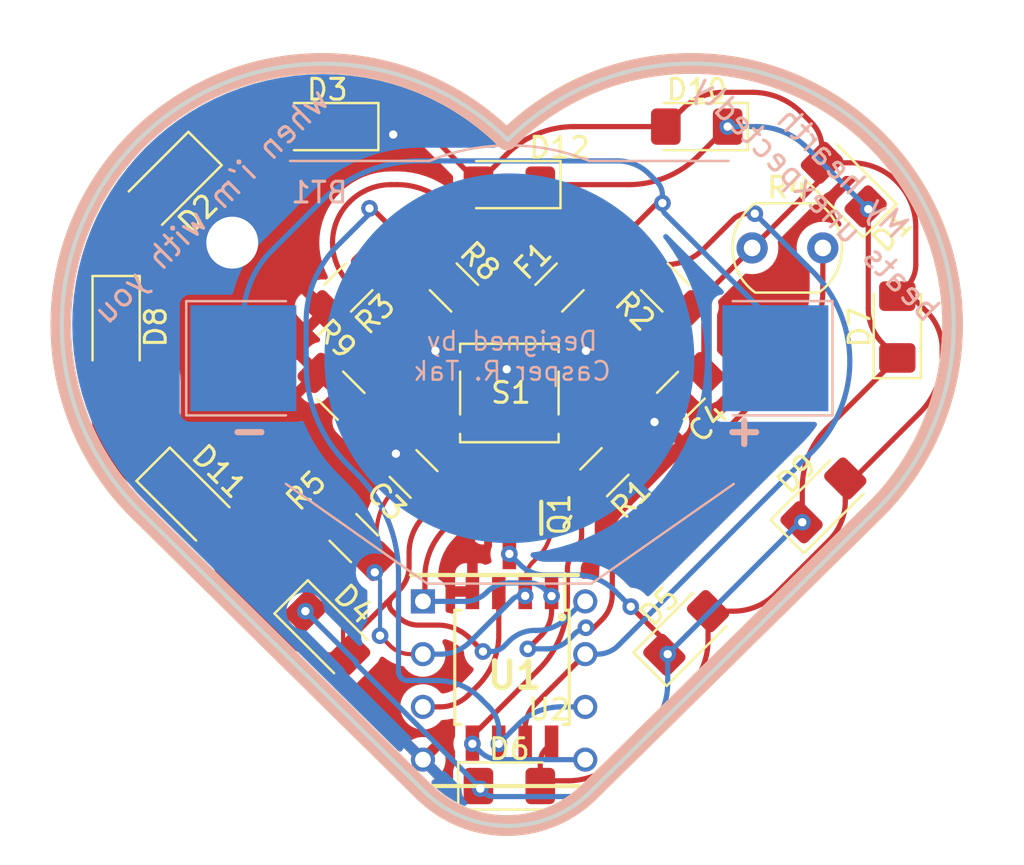
<source format=kicad_pcb>
(kicad_pcb (version 20211014) (generator pcbnew)
  (title_block (title "Valentine Heart") (date "2022-09-30") (rev "V1.1") (comment 1 "Casper R. Tak"))
  (layers (0 "F.Cu" signal) (31 "B.Cu" signal) (34 "B.Paste" user) (35 "F.Paste" user) (36 "B.SilkS" user "B.Silkscreen") (37 "F.SilkS" user "F.Silkscreen") (38 "B.Mask" user) (39 "F.Mask" user) (44 "Edge.Cuts" user))
  (net 0 "")
  (net 1 "GND")
  (net 2 "+3V0")
  (net 3 "Net-(D1-Pad1)")
  (net 4 "Net-(Q1-Pad1)")
  (net 5 "PB0{slash}SDA{slash}MOSI")
  (net 6 "PB2{slash}SCL{slash}SCK")
  (net 7 "CTRLLED")
  (net 8 "PB4")
  (net 9 "INTL")
  (net 10 "INTB")
  (net 11 "Net-(BT1-Pad1)")
  (footprint "Resistor_SMD:R_1206_3216Metric_Pad1.30x1.75mm_HandSolder" (layer "F.Cu") (at 147.32 96.647 135)
    (fp_text reference "R8")
    (fp_text value "1k")
  )
  (footprint "Resistor_SMD:R_1206_3216Metric_Pad1.30x1.75mm_HandSolder" (layer "F.Cu") (at 141.859 101.854 -45)
    (fp_text reference "R9")
    (fp_text value "10k")
  )
  (footprint "Package_SO:SOIC-8W_5.3x5.3mm_P1.27mm" (layer "F.Cu") (at 150.114 114.935 -90)
    (fp_text reference "U2")
    (fp_text value "ATtiny85-20S")
  )
  (footprint "LED_SMD:LED_1206_3216Metric_Pad1.42x1.75mm_HandSolder" (layer "F.Cu") (at 149.987 91.694 180)
    (fp_text reference "D12")
    (fp_text value "LED")
  )
  (footprint "LED_SMD:LED_1206_3216Metric_Pad1.42x1.75mm_HandSolder" (layer "F.Cu") (at 168.656 98.552 90)
    (fp_text reference "D7")
    (fp_text value "LED")
  )
  (footprint "LED_SMD:LED_1206_3216Metric_Pad1.42x1.75mm_HandSolder" (layer "F.Cu") (at 131.064 98.552 -90)
    (fp_text reference "D8")
    (fp_text value "LED")
  )
  (footprint "Capacitor_SMD:C_1206_3216Metric_Pad1.33x1.80mm_HandSolder" (layer "F.Cu") (at 145.376854 105.625854 135)
    (fp_text reference "C3")
    (fp_text value "47uF")
  )
  (footprint "Resistor_SMD:R_1206_3216Metric_Pad1.30x1.75mm_HandSolder" (layer "F.Cu") (at 142.24 96.647 -135)
    (fp_text reference "R3")
    (fp_text value "10k")
  )
  (footprint "LED_SMD:LED_1206_3216Metric_Pad1.42x1.75mm_HandSolder" (layer "F.Cu") (at 149.987 120.65)
    (fp_text reference "D6")
    (fp_text value "LED")
  )
  (footprint "LED_SMD:LED_1206_3216Metric_Pad1.42x1.75mm_HandSolder" (layer "F.Cu") (at 133.604 91.694 -135)
    (fp_text reference "D2")
    (fp_text value "LED")
  )
  (footprint "MountingHole:MountingHole_2.5mm" (layer "F.Cu") (at 136.652 94.488)
    (fp_text reference "H1" hide)
    (fp_text value "MountingHole")
  )
  (footprint "Button_Switch_SMD:SW_SPST_TL3305B" (layer "F.Cu") (at 149.987 101.727)
    (fp_text reference "S1")
    (fp_text value "MOMENTARY-SWITCH-SPST-2-SMD-5.2MM" hide)
  )
  (footprint "SamacSys_Parts:SOT96P240X120-3N" (layer "F.Cu") (at 149.987 108.585 -90)
    (fp_text reference "Q1")
    (fp_text value "MOSFET-NCH-2N7002PW" hide)
  )
  (footprint "Resistor_SMD:R_1206_3216Metric_Pad1.30x1.75mm_HandSolder" (layer "F.Cu") (at 157.48 96.647 -45)
    (fp_text reference "R2")
    (fp_text value "10k")
  )
  (footprint "SamacSys_Parts:DIP781W56P254L950H533Q8N" (layer "F.Cu") (at 149.733 115.57)
    (fp_text reference "U1")
    (fp_text value "ATtiny85-20P" hide)
  )
  (footprint "LED_SMD:LED_1206_3216Metric_Pad1.42x1.75mm_HandSolder" (layer "F.Cu") (at 141.224 88.9 180)
    (fp_text reference "D3")
    (fp_text value "LED")
  )
  (footprint "Capacitor_SMD:C_1206_3216Metric_Pad1.33x1.80mm_HandSolder" (layer "F.Cu") (at 158.242 101.854 -135)
    (fp_text reference "C4")
    (fp_text value "100nF")
  )
  (footprint "Resistor_SMD:R_1206_3216Metric_Pad1.30x1.75mm_HandSolder" (layer "F.Cu") (at 142.494 108.712 -45)
    (fp_text reference "R5")
    (fp_text value "10k")
  )
  (footprint "LED_SMD:LED_1206_3216Metric_Pad1.42x1.75mm_HandSolder" (layer "F.Cu") (at 134.584179 106.898179 -45)
    (fp_text reference "D11")
    (fp_text value "LED")
  )
  (footprint "LED_SMD:LED_1206_3216Metric_Pad1.42x1.75mm_HandSolder" (layer "F.Cu") (at 159.004 88.9 180)
    (fp_text reference "D10")
    (fp_text value "LED")
  )
  (footprint "LED_SMD:LED_1206_3216Metric_Pad1.42x1.75mm_HandSolder" (layer "F.Cu") (at 141.224 113.284 -45)
    (fp_text reference "D4")
    (fp_text value "LED")
  )
  (footprint "LED_SMD:LED_1206_3216Metric_Pad1.42x1.75mm_HandSolder" (layer "F.Cu") (at 165.1 106.898179 45)
    (fp_text reference "D9")
    (fp_text value "LED")
  )
  (footprint "LED_SMD:LED_1206_3216Metric_Pad1.42x1.75mm_HandSolder" (layer "F.Cu") (at 158.496 113.284 45)
    (fp_text reference "D5")
    (fp_text value "LED")
  )
  (footprint "OptoDevice:R_LDR_5.1x4.3mm_P3.4mm_Vertical" (layer "F.Cu") (at 161.671 94.742)
    (fp_text reference "R4")
    (fp_text value "LDR07")
  )
  (footprint "LED_SMD:LED_1206_3216Metric_Pad1.42x1.75mm_HandSolder" (layer "F.Cu") (at 166.080179 91.694 135)
    (fp_text reference "D1")
    (fp_text value "LED")
  )
  (footprint "Resistor_SMD:R_1206_3216Metric_Pad1.30x1.75mm_HandSolder" (layer "F.Cu") (at 152.4 96.647 45)
    (fp_text reference "F1")
    (fp_text value "Fuse")
  )
  (footprint "Resistor_SMD:R_1206_3216Metric_Pad1.30x1.75mm_HandSolder" (layer "F.Cu") (at 154.559 105.537 -135)
    (fp_text reference "R1")
    (fp_text value "10k")
  )
  (footprint "Battery:BatteryHolder_Keystone_3002_1x2032" (layer "B.Cu") (at 149.987 100.053756 180)
    (fp_text reference "BT1")
    (fp_text value "2032")
  )
  (gr_arc (start 132.078168 107.315) (mid 132.078168 89.534084) (end 149.859084 89.534084) (layer "B.SilkS") (width 1))
  (gr_line (start 153.874718 120.891022) (end 167.64 107.315) (layer "B.SilkS") (width 1))
  (gr_arc (start 149.859084 89.534084) (mid 167.64 89.534084) (end 167.64 107.315) (layer "B.SilkS") (width 1))
  (gr_line (start 132.078168 107.315) (end 145.842534 120.891022) (layer "B.SilkS") (width 1))
  (gr_arc (start 153.874718 120.891022) (mid 149.858626 122.554542) (end 145.842534 120.891022) (layer "B.SilkS") (width 1))
  (gr_arc (start 153.875634 120.891022) (mid 149.859542 122.554542) (end 145.84345 120.891022) (layer "F.SilkS") (width 1))
  (gr_line (start 153.875634 120.891022) (end 167.64 107.315) (layer "F.SilkS") (width 1))
  (gr_arc (start 132.078168 107.315) (mid 132.078168 89.534084) (end 149.859084 89.534084) (layer "F.SilkS") (width 1))
  (gr_line (start 132.078168 107.315) (end 145.84345 120.891022) (layer "F.SilkS") (width 1))
  (gr_circle (center 152.527 112.522) (end 152.527 112.649) (layer "F.SilkS") (width 0.15) (fill none))
  (gr_arc (start 149.859084 89.534084) (mid 167.64 89.534084) (end 167.64 107.315) (layer "F.SilkS") (width 1))
  (gr_line (start 153.924 120.904) (end 167.688366 107.327978) (layer "Edge.Cuts") (width 0.2))
  (gr_arc (start 132.126534 107.327978) (mid 132.126534 89.547062) (end 149.90745 89.547062) (layer "Edge.Cuts") (width 0.2))
  (gr_line (start 132.126534 107.327978) (end 145.891816 120.904) (layer "Edge.Cuts") (width 0.2))
  (gr_arc (start 153.924 120.904) (mid 149.907908 122.56752) (end 145.891816 120.904) (layer "Edge.Cuts") (width 0.2))
  (gr_arc (start 149.90745 89.547062) (mid 167.688366 89.547062) (end 167.688366 107.327978) (layer "Edge.Cuts") (width 0.2))
  (gr_text "-" (at 137.481 103.505) (layer "B.SilkS") (effects (font (size 1.5 1.5) (thickness 0.3))))
  (gr_text "My hearth \nbeats unexpectedly \n" (at 165.1 91.44 -45) (layer "B.SilkS") (effects (font (size 1.1 1.1)) (justify mirror)))
  (gr_text "Designed by\nCasper R. Tak" (at 150.114 99.949) (layer "B.SilkS") (effects (font (size 0.9 0.9) (thickness 0.12)) (justify mirror)))
  (gr_text "when i'm with you" (at 135.636 92.71 -315) (layer "B.SilkS") (effects (font (size 1.1 1.1)) (justify mirror)))
  (gr_text "+\n" (at 161.29 103.505) (layer "B.SilkS") (effects (font (size 1.5 1.5) (thickness 0.3))))
  (segment (start 148.209 108.969238) (end 148.209 111.285) (width 0.25) (layer "F.Cu") (net 1))
  (segment (start 148.853511 107.813488) (end 148.5705 108.0965) (width 0.25) (layer "F.Cu") (net 1))
  (segment (start 149.043 107.735) (end 149.154 107.735) (width 0.25) (layer "F.Cu") (net 1))
  (via (at 144.526 104.648) (size 0.8) (drill 0.4) (layers "F.Cu" "B.Cu") (net 1))
  (via (at 144.399 89.281) (size 0.8) (drill 0.4) (layers "F.Cu" "B.Cu") (net 1))
  (via (at 156.972 103.124) (size 0.8) (drill 0.4) (layers "F.Cu" "B.Cu") (net 1))
  (via (at 149.86 100.584) (size 0.8) (drill 0.4) (layers "F.Cu" "B.Cu") (net 1))
  (via (at 146.431 99.695) (size 0.8) (drill 0.4) (layers "F.Cu" "B.Cu") (net 1))
  (via (at 153.67 99.695) (size 0.8) (drill 0.4) (layers "F.Cu" "B.Cu") (net 1))
  (arc (start 148.5705 108.0965) (mid 148.30295 108.496915) (end 148.209 108.969238) (width 0.25) (layer "F.Cu") (net 1))
  (arc (start 149.043 107.735) (mid 148.940449 107.755398) (end 148.853511 107.813488) (width 0.25) (layer "F.Cu") (net 1))
  (segment (start 135.636 107.95) (end 135.636 109.0295) (width 0.25) (layer "F.Cu") (net 2))
  (segment (start 151.4745 119.514519) (end 151.4745 120.65) (width 0.25) (layer "F.Cu") (net 2))
  (segment (start 144.654321 87.758321) (end 148.467503 91.571503) (width 0.25) (layer "F.Cu") (net 2))
  (segment (start 148.4995 91.644) (end 148.4995 91.64875) (width 0.25) (layer "F.Cu") (net 2))
  (segment (start 161.681817 87.249) (end 160.272623 87.249) (width 0.25) (layer "F.Cu") (net 2))
  (segment (start 144.343203 111.561796) (end 144.68475 111.22025) (width 0.25) (layer "F.Cu") (net 2))
  (segment (start 158.323749 88.056249) (end 157.529404 88.850595) (width 0.25) (layer "F.Cu") (net 2))
  (segment (start 142.070886 114.335821) (end 141.069321 114.335821) (width 0.25) (layer "F.Cu") (net 2))
  (segment (start 164.765857 91.647142) (end 158.703206 97.709793) (width 0.25) (layer "F.Cu") (net 2))
  (segment (start 151.303984 96.12075) (end 151.303984 97.743016) (width 0.25) (layer "F.Cu") (net 2))
  (segment (start 166.71601 105.698989) (end 169.737369 102.67763) (width 0.25) (layer "F.Cu") (net 2))
  (segment (start 135.648565 88.9) (end 139.69125 88.9) (width 0.25) (layer "F.Cu") (net 2))
  (segment (start 160.754321 112.232179) (end 159.547821 112.232179) (width 0.25) (layer "F.Cu") (net 2))
  (segment (start 159.547821 112.232179) (end 159.547821 113.629179) (width 0.25) (layer "F.Cu") (net 2))
  (segment (start 155.133831 119.440168) (end 158.559992 116.014007) (width 0.25) (layer "F.Cu") (net 2))
  (segment (start 142.525656 113.379343) (end 144.073796 111.831203) (width 0.25) (layer "F.Cu") (net 2))
  (segment (start 156.080729 101.729269) (end 155.766038 102.043961) (width 0.25) (layer "F.Cu") (net 2))
  (segment (start 165.028358 89.925768) (end 165.028358 90.270947) (width 0.25) (layer "F.Cu") (net 2))
  (segment (start 166.151821 106.054768) (end 166.151821 106.943768) (width 0.25) (layer "F.Cu") (net 2))
  (segment (start 145.617716 112.903) (end 146.548974 112.903) (width 0.25) (layer "F.Cu") (net 2))
  (segment (start 131.864573 92.925426) (end 130.694528 94.095471) (width 0.25) (layer "F.Cu") (net 2))
  (segment (start 155.424508 104.464476) (end 155.655016 104.694984) (width 0.25) (layer "F.Cu") (net 2))
  (segment (start 166.448613 90.642179) (end 165.399589 90.642179) (width 0.25) (layer "F.Cu") (net 2))
  (segment (start 165.028358 91.01341) (end 165.028358 90.270947) (width 0.25) (layer "F.Cu") (net 2))
  (segment (start 139.858996 88.868003) (end 140.968678 87.758321) (width 0.25) (layer "F.Cu") (net 2))
  (segment (start 141.691992 107.909992) (end 141.397984 107.615984) (width 0.2) (layer "F.Cu") (net 2))
  (segment (start 142.275821 114.130886) (end 142.275821 113.9825) (width 0.25) (layer "F.Cu") (net 2))
  (segment (start 144.073796 111.831203) (end 144.343203 111.561796) (width 0.25) (layer "F.Cu") (net 2))
  (segment (start 129.995932 102.66125) (end 129.995932 101.862806) (width 0.25) (layer "F.Cu") (net 2))
  (segment (start 170.07125 97.80825) (end 169.564911 97.301911) (width 0.25) (layer "F.Cu") (net 2))
  (segment (start 169.100499 96.619999) (end 168.893411 96.827088) (width 0.25) (layer "F.Cu") (net 2))
  (segment (start 139.009696 113.482696) (end 136.399321 110.872321) (width 0.25) (layer "F.Cu") (net 2))
  (segment (start 158.623 97.743016) (end 158.576016 97.743016) (width 0.25) (layer "F.Cu") (net 2))
  (segment (start 134.6835 107.95) (end 135.636 107.95) (width 0.25) (layer "F.Cu") (net 2))
  (segment (start 164.048179 88.229179) (end 164.521779 88.702779) (width 0.25) (layer "F.Cu") (net 2))
  (segment (start 151.74675 118.85725) (end 152.019 118.585) (width 0.25) (layer "F.Cu") (net 2))
  (segment (start 159.346854 100.876146) (end 159.346854 97.974905) (width 0.25) (layer "F.Cu") (net 2))
  (segment (start 131.064 100.0395) (end 130.302 99.2775) (width 0.25) (layer "F.Cu") (net 2))
  (segment (start 170.815 99.603821) (end 170.815 100.076) (width 0.25) (layer "F.Cu") (net 2))
  (segment (start 133.459089 89.80691) (end 133.270599 89.9954) (width 0.25) (layer "F.Cu") (net 2))
  (segment (start 139.78175 88.9) (end 139.69125 88.9) (width 0.25) (layer "F.Cu") (net 2))
  (segment (start 150.156868 93.351368) (end 148.531496 91.725996) (width 0.25) (layer "F.Cu") (net 2))
  (segment (start 158.140354 100.876146) (end 159.346854 100.876146) (width 0.25) (layer "F.Cu") (net 2))
  (segment (start 148.534855 91.558644) (end 149.8465 90.247) (width 0.25) (layer "F.Cu") (net 2))
  (segment (start 162.813945 111.379054) (end 165.375834 108.817165) (width 0.25) (layer "F.Cu") (net 2))
  (segment (start 145.161 109.432365) (end 145.161 110.07048) (width 0.25) (layer "F.Cu") (net 2))
  (segment (start 169.545 95.546882) (end 169.545 93.738565) (width 0.25) (layer "F.Cu") (net 2))
  (segment (start 130.529966 100.573534) (end 131.064 100.0395) (width 0.25) (layer "F.Cu") (net 2))
  (segment (start 153.098445 88.9) (end 157.49825 88.9) (width 0.25) (layer "F.Cu") (net 2))
  (segment (start 132.552179 92.491821) (end 132.552179 91.729821) (width 0.25) (layer "F.Cu") (net 2))
  (segment (start 144.343203 112.212203) (end 144.62125 112.49025) (width 0.25) (layer "F.Cu") (net 2))
  (segment (start 148.717 114.173) (end 148.082 113.538) (width 0.25) (layer "F.Cu") (net 2))
  (segment (start 141.986 108.61979) (end 141.986 113.841065) (width 0.2) (layer "F.Cu") (net 2))
  (segment (start 145.903927 107.638781) (end 146.646854 106.895854) (width 0.25) (layer "F.Cu") (net 2))
  (segment (start 129.54 96.88275) (end 129.54 97.437869) (width 0.25) (layer "F.Cu") (net 2))
  (segment (start 151.303984 97.743016) (end 159.114964 97.743016) (width 0.25) (layer "F.Cu") (net 2))
  (segment (start 152.82625 120.396) (end 151.4745 120.396) (width 0.25) (layer "F.Cu") (net 2))
  (segment (start 155.194 103.424984) (end 155.194 103.90798) (width 0.25) (layer "F.Cu") (net 2))
  (segment (start 131.094551 105.313551) (end 133.05748 107.27648) (width 0.25) (layer "F.Cu") (net 2))
  (via (at 148.717 114.173) (size 0.8) (drill 0.4) (layers "F.Cu" "B.Cu") (net 2))
  (arc (start 145.903927 107.638781) (mid 145.35408 108.461684) (end 145.161 109.432365) (width 0.25) (layer "F.Cu") (net 2))
  (arc (start 148.4995 91.64875) (mid 148.4995 91.64875) (end 148.4995 91.64875) (width 0.25) (layer "F.Cu") (net 2))
  (arc (start 158.703206 97.709793) (mid 158.666407 97.734381) (end 158.623 97.743016) (width 0.25) (layer "F.Cu") (net 2))
  (arc (start 132.298179 92.745821) (mid 132.063513 92.792498) (end 131.864573 92.925426) (width 0.25) (layer "F.Cu") (net 2))
  (arc (start 141.691992 107.909992) (mid 141.909589 108.23565) (end 141.986 108.61979) (width 0.2) (layer "F.Cu") (net 2))
  (arc (start 142.070886 114.335821) (mid 142.149311 114.283418) (end 142.13091 114.19091) (width 0.25) (layer "F.Cu") (net 2))
  (arc (start 166.71601 105.698989) (mid 166.552777 105.808058) (end 166.360231 105.846358) (width 0.25) (layer "F.Cu") (net 2))
  (arc (start 159.278935 97.810935) (mid 159.329202 97.886165) (end 159.346854 97.974905) (width 0.25) (layer "F.Cu") (net 2))
  (arc (start 151.74675 118.85725) (mid 151.545255 119.158807) (end 151.4745 119.514519) (width 0.25) (layer "F.Cu") (net 2))
  (arc (start 148.531496 91.725996) (mid 148.507815 91.690555) (end 148.4995 91.64875) (width 0.25) (layer "F.Cu") (net 2))
  (arc (start 155.766038 102.043961) (mid 155.342667 102.677579) (end 155.194 103.424984) (width 0.25) (layer "F.Cu") (net 2))
  (arc (start 157.529404 88.850595) (mid 157.519853 88.864889) (end 157.5165 88.88175) (width 0.25) (layer "F.Cu") (net 2))
  (arc (start 148.467503 91.571503) (mid 148.491184 91.606944) (end 148.4995 91.64875) (width 0.25) (layer "F.Cu") (net 2))
  (arc (start 170.07125 97.80825) (mid 170.621705 98.632065) (end 170.815 99.603821) (width 0.25) (layer "F.Cu") (net 2))
  (arc (start 144.343203 111.561796) (mid 144.243508 111.711) (end 144.2085 111.887) (width 0.25) (layer "F.Cu") (net 2))
  (arc (start 133.05748 107.27648) (mid 133.803504 107.774957) (end 134.6835 107.95) (width 0.25) (layer "F.Cu") (net 2))
  (arc (start 159.278935 97.810935) (mid 159.203704 97.760667) (end 159.114964 97.743016) (width 0.25) (layer "F.Cu") (net 2))
  (arc (start 139.009696 113.482696) (mid 139.95466 114.114101) (end 141.069321 114.335821) (width 0.25) (layer "F.Cu") (net 2))
  (arc (start 166.360231 105.846358) (mid 166.212862 105.907399) (end 166.151821 106.054768) (width 0.25) (layer "F.Cu") (net 2))
  (arc (start 144.2085 111.887) (mid 144.159788 111.814098) (end 144.073796 111.831203) (width 0.25) (layer "F.Cu") (net 2))
  (arc (start 135.648565 88.9) (mid 134.463629 89.135698) (end 133.459089 89.80691) (width 0.25) (layer "F.Cu") (net 2))
  (arc (start 157.5165 88.88175) (mid 157.511154 88.894654) (end 157.49825 88.9) (width 0.25) (layer "F.Cu") (net 2))
  (arc (start 130.694528 94.095471) (mid 129.840052 95.374285) (end 129.54 96.88275) (width 0.25) (layer "F.Cu") (net 2))
  (arc (start 164.521779 88.702779) (mid 164.896702 89.263891) (end 165.028358 89.925768) (width 0.25) (layer "F.Cu") (net 2))
  (arc (start 168.638089 91.549089) (mid 169.309301 92.553629) (end 169.545 93.738565) (width 0.25) (layer "F.Cu") (net 2))
  (arc (start 133.270599 89.9954) (mid 132.73889 90.791159) (end 132.552179 91.729821) (width 0.25) (layer "F.Cu") (net 2))
  (arc (start 165.028358 91.01341) (mid 164.960136 91.356383) (end 164.765857 91.647142) (width 0.25) (layer "F.Cu") (net 2))
  (arc (start 142.13091 114.19091) (mid 142.223418 114.209311) (end 142.275821 114.130886) (width 0.2) (layer "F.Cu") (net 2))
  (arc (start 160.272623 87.249) (mid 159.2179 87.458797) (end 158.323749 88.056249) (width 0.25) (layer "F.Cu") (net 2))
  (arc (start 155.194 103.90798) (mid 155.253907 104.209153) (end 155.424508 104.464476) (width 0.25) (layer "F.Cu") (net 2))
  (arc (start 158.140354 100.876146) (mid 157.025693 101.097865) (end 156.080729 101.729269) (width 0.25) (layer "F.Cu") (net 2))
  (arc (start 169.545 95.546882) (mid 169.429477 96.127649) (end 169.100499 96.619999) (width 0.25) (layer "F.Cu") (net 2))
  (arc (start 139.858996 88.868003) (mid 139.823555 88.891684) (end 139.78175 88.9) (width 0.25) (layer "F.Cu") (net 2))
  (arc (start 169.564911 97.301911) (mid 169.301942 97.126201) (end 168.99175 97.0645) (width 0.25) (layer "F.Cu") (net 2))
  (arc (start 135.636 109.0295) (mid 135.83438 110.026827) (end 136.399321 110.872321) (width 0.25) (layer "F.Cu") (net 2))
  (arc (start 144.62125 112.49025) (mid 145.078432 112.795729) (end 145.617716 112.903) (width 0.25) (layer "F.Cu") (net 2))
  (arc (start 148.534855 91.558644) (mid 148.508688 91.597805) (end 148.4995 91.644) (width 0.25) (layer "F.Cu") (net 2))
  (arc (start 168.893411 96.827088) (mid 168.863264 96.978648) (end 168.99175 97.0645) (width 0.25) (layer "F.Cu") (net 2))
  (arc (start 155.133831 119.440168) (mid 154.075104 120.147587) (end 152.82625 120.396) (width 0.25) (layer "F.Cu") (net 2))
  (arc (start 141.986 113.841065) (mid 142.02366 114.0304) (end 142.13091 114.19091) (width 0.2) (layer "F.Cu") (net 2))
  (arc (start 166.151821 106.943768) (mid 165.950148 107.957643) (end 165.375834 108.817165) (width 0.25) (layer "F.Cu") (net 2))
  (arc (start 159.547821 113.629179) (mid 159.291092 114.919838) (end 158.559992 116.014007) (width 0.25) (layer "F.Cu") (net 2))
  (arc (start 164.048179 88.229179) (mid 162.962482 87.50374) (end 161.681817 87.249) (width 0.25) (layer "F.Cu") (net 2))
  (arc (start 165.399589 90.642179) (mid 165.137089 90.75091) (end 165.028358 91.01341) (width 0.25) (layer "F.Cu") (net 2))
  (arc (start 148.082 113.538) (mid 147.378641 113.068031) (end 146.548974 112.903) (width 0.25) (layer "F.Cu") (net 2))
  (arc (start 142.525656 113.379343) (mid 142.34075 113.656073) (end 142.275821 113.9825) (width 0.25) (layer "F.Cu") (net 2))
  (arc (start 144.654321 87.758321) (mid 143.808827 87.19338) (end 142.8115 86.995) (width 0.25) (layer "F.Cu") (net 2))
  (arc (start 129.995932 102.66125) (mid 130.281453 104.096664) (end 131.094551 105.313551) (width 0.25) (layer "F.Cu") (net 2))
  (arc (start 144.2085 111.887) (mid 144.243508 112.062998) (end 144.343203 112.212203) (width 0.25) (layer "F.Cu") (net 2))
  (arc (start 145.161 110.07048) (mid 145.037226 110.692731) (end 144.68475 111.22025) (width 0.25) (layer "F.Cu") (net 2))
  (arc (start 142.275821 114.130886) (mid 142.215796 114.275796) (end 142.070886 114.335821) (width 0.25) (layer "F.Cu") (net 2))
  (arc (start 165.028358 90.270947) (mid 165.137089 90.533447) (end 165.399589 90.642179) (width 0.25) (layer "F.Cu") (net 2))
  (arc (start 168.638089 91.549089) (mid 167.633549 90.877877) (end 166.448613 90.642179) (width 0.25) (layer "F.Cu") (net 2))
  (arc (start 148.4995 91.64875) (mid 148.507815 91.690555) (end 148.531496 91.725996) (width 0.25) (layer "F.Cu") (net 2))
  (arc (start 153.098445 88.9) (mid 151.338505 89.250073) (end 149.8465 90.247) (width 0.25) (layer "F.Cu") (net 2))
  (arc (start 129.54 97.437869) (mid 129.738037 98.43347) (end 130.302 99.2775) (width 0.25) (layer "F.Cu") (net 2))
  (arc (start 142.8115 86.995) (mid 141.814171 87.19338) (end 140.968678 87.758321) (width 0.25) (layer "F.Cu") (net 2))
  (arc (start 170.815 100.076) (mid 170.534932 101.483992) (end 169.737369 102.67763) (width 0.25) (layer "F.Cu") (net 2))
  (arc (start 132.552179 92.491821) (mid 132.477784 92.671426) (end 132.298179 92.745821) (width 0.25) (layer "F.Cu") (net 2))
  (arc (start 162.813945 111.379054) (mid 161.868981 112.010459) (end 160.754321 112.232179) (width 0.25) (layer "F.Cu") (net 2))
  (arc (start 130.529966 100.573534) (mid 130.134722 101.165057) (end 129.995932 101.862806) (width 0.25) (layer "F.Cu") (net 2))
  (arc (start 150.156868 93.351368) (mid 151.005858 94.621971) (end 151.303984 96.12075) (width 0.25) (layer "F.Cu") (net 2))
  (segment (start 151.21342 113.157) (end 151.3205 113.157) (width 0.25) (layer "B.Cu") (net 2))
  (segment (start 149.748407 113.903592) (end 149.987 113.665) (width 0.25) (layer "B.Cu") (net 2))
  (segment (start 153.5905 111.76) (end 153.638 111.76) (width 0.25) (layer "B.Cu") (net 2))
  (segment (start 149.098 114.173) (end 148.717 114.173) (width 0.25) (layer "B.Cu") (net 2))
  (segment (start 153.509412 111.793587) (end 152.729716 112.573283) (width 0.25) (layer "B.Cu") (net 2))
  (arc (start 149.748407 113.903592) (mid 149.449997 114.102983) (end 149.098 114.173) (width 0.25) (layer "B.Cu") (net 2))
  (arc (start 151.21342 113.157) (mid 150.549686 113.289024) (end 149.987 113.665) (width 0.25) (layer "B.Cu") (net 2))
  (arc (start 152.729716 112.573283) (mid 152.083162 113.005296) (end 151.3205 113.157) (width 0.25) (layer "B.Cu") (net 2))
  (arc (start 153.5905 111.76) (mid 153.546615 111.768728) (end 153.509412 111.793587) (width 0.25) (layer "B.Cu") (net 2))
  (segment (start 141.223999 89.915999) (end 142.073299 89.0667) (width 0.25) (layer "F.Cu") (net 3))
  (segment (start 167.259 97.654671) (end 167.259 92.872821) (width 0.25) (layer "F.Cu") (net 3))
  (segment (start 165.264337 103.431162) (end 168.656 100.0395) (width 0.25) (layer "F.Cu") (net 3))
  (segment (start 134.800731 90.787089) (end 134.76491 90.751268) (width 0.25) (layer "F.Cu") (net 3))
  (segment (start 132.298179 98.298679) (end 131.064 97.0645) (width 0.25) (layer "F.Cu") (net 3))
  (segment (start 140.172179 110.835179) (end 140.172179 112.232179) (width 0.25) (layer "F.Cu") (net 3))
  (segment (start 133.532358 101.27825) (end 133.532358 105.846358) (width 0.25) (layer "F.Cu") (net 3))
  (segment (start 157.427394 113.612394) (end 155.829 112.014) (width 0.25) (layer "F.Cu") (net 3))
  (segment (start 155.721843 91.694) (end 151.4745 91.694) (width 0.25) (layer "F.Cu") (net 3))
  (segment (start 159.0945 90.297) (end 160.4915 88.9) (width 0.25) (layer "F.Cu") (net 3))
  (segment (start 131.064 97.0645) (end 134.027542 94.100957) (width 0.25) (layer "F.Cu") (net 3))
  (segment (start 135.056358 105.846358) (end 133.532358 105.846358) (width 0.25) (layer "F.Cu") (net 3))
  (segment (start 157.607 114.046) (end 157.607 114.3) (width 0.25) (layer "F.Cu") (net 3))
  (segment (start 134.874 91.014633) (end 134.874 92.057429) (width 0.25) (layer "F.Cu") (net 3))
  (segment (start 137.657988 106.923988) (end 139.18435 108.45035) (width 0.25) (layer "F.Cu") (net 3))
  (segment (start 142.47575 88.9) (end 142.7115 88.9) (width 0.25) (layer "F.Cu") (net 3))
  (segment (start 167.259 92.872821) (end 167.132 92.745821) (width 0.25) (layer "F.Cu") (net 3))
  (segment (start 138.771159 90.932) (end 135.150576 90.932) (width 0.25) (layer "F.Cu") (net 3))
  (segment (start 164.084 106.28075) (end 164.084 107.95) (width 0.25) (layer "F.Cu") (net 3))
  (segment (start 167.9575 99.341) (end 168.656 100.0395) (width 0.25) (layer "F.Cu") (net 3))
  (via (at 149.987 109.474) (size 0.8) (drill 0.4) (layers "F.Cu" "B.Cu") (net 3))
  (via (at 155.829 112.014) (size 0.8) (drill 0.4) (layers "F.Cu" "B.Cu") (net 3))
  (via (at 148.59 120.777) (size 0.8) (drill 0.4) (layers "F.Cu" "B.Cu") (net 3))
  (via (at 140.172179 112.232179) (size 0.8) (drill 0.4) (layers "F.Cu" "B.Cu") (net 3))
  (via (at 164.084 107.95) (size 0.8) (drill 0.4) (layers "F.Cu" "B.Cu") (net 3))
  (via (at 167.259 92.872821) (size 0.8) (drill 0.4) (layers "F.Cu" "B.Cu") (net 3))
  (via (at 157.607 114.3) (size 0.8) (drill 0.4) (layers "F.Cu" "B.Cu") (net 3))
  (via (at 160.4915 88.9) (size 0.8) (drill 0.4) (layers "F.Cu" "B.Cu") (net 3))
  (arc (start 137.657988 106.923988) (mid 136.46435 106.126424) (end 135.056358 105.846358) (width 0.25) (layer "F.Cu") (net 3))
  (arc (start 141.223999 89.915999) (mid 140.098626 90.667949) (end 138.771159 90.932) (width 0.25) (layer "F.Cu") (net 3))
  (arc (start 134.874 92.057429) (mid 134.654012 93.163378) (end 134.027542 94.100957) (width 0.25) (layer "F.Cu") (net 3))
  (arc (start 157.427394 113.612394) (mid 157.560321 113.811334) (end 157.607 114.046) (width 0.25) (layer "F.Cu") (net 3))
  (arc (start 142.47575 88.9) (mid 142.257945 88.943323) (end 142.073299 89.0667) (width 0.25) (layer "F.Cu") (net 3))
  (arc (start 134.76491 90.751268) (mid 134.845648 90.872101) (end 134.874 91.014633) (width 0.25) (layer "F.Cu") (net 3))
  (arc (start 132.298179 98.298679) (mid 133.211605 99.665717) (end 133.532358 101.27825) (width 0.25) (layer "F.Cu") (net 3))
  (arc (start 159.0945 90.297) (mid 157.547111 91.330931) (end 155.721843 91.694) (width 0.25) (layer "F.Cu") (net 3))
  (arc (start 165.264337 103.431162) (mid 164.390759 104.738564) (end 164.084 106.28075) (width 0.25) (layer "F.Cu") (net 3))
  (arc (start 134.76491 90.751268) (mid 134.76491 90.751268) (end 134.76491 90.751268) (width 0.25) (layer "F.Cu") (net 3))
  (arc (start 167.259 97.654671) (mid 167.440534 98.567305) (end 167.9575 99.341) (width 0.25) (layer "F.Cu") (net 3))
  (arc (start 134.800731 90.787089) (mid 134.961241 90.894338) (end 135.150576 90.932) (width 0.25) (layer "F.Cu") (net 3))
  (arc (start 139.18435 108.45035) (mid 139.91545 109.544519) (end 140.172179 110.835179) (width 0.25) (layer "F.Cu") (net 3))
  (segment (start 153.818057 120.789261) (end 153.641552 120.965767) (width 0.25) (layer "B.Cu") (net 3))
  (segment (start 142.589273 114.649273) (end 140.172179 112.232179) (width 0.25) (layer "B.Cu") (net 3))
  (segment (start 155.829 112.014) (end 155.067 111.252) (width 0.25) (layer "B.Cu") (net 3))
  (segment (start 142.652726 114.802461) (end 148.576824 120.726559) (width 0.25) (layer "B.Cu") (net 3))
  (segment (start 157.607 115.697912) (end 157.607 114.3) (width 0.25) (layer "B.Cu") (net 3))
  (segment (start 149.240407 121.158) (end 153.17746 121.158) (width 0.25) (layer "B.Cu") (net 3))
  (segment (start 164.274247 89.888068) (end 167.259 92.872821) (width 0.25) (layer "B.Cu") (net 3))
  (segment (start 164.084 107.95) (end 164.0205 107.95) (width 0.25) (layer "B.Cu") (net 3))
  (segment (start 153.894104 120.757915) (end 156.61174 118.077465) (width 0.25) (layer "B.Cu") (net 3))
  (segment (start 148.7805 120.9675) (end 148.59 120.777) (width 0.25) (layer "B.Cu") (net 3))
  (segment (start 161.888839 88.9) (end 160.4915 88.9) (width 0.25) (layer "B.Cu") (net 3))
  (segment (start 163.912098 107.994901) (end 157.607 114.3) (width 0.25) (layer "B.Cu") (net 3))
  (segment (start 150.495 109.982) (end 149.987 109.474) (width 0.25) (layer "B.Cu") (net 3))
  (segment (start 148.59 120.777) (end 148.59 120.758367) (width 0.25) (layer "B.Cu") (net 3))
  (segment (start 151.72142 110.49) (end 153.227369 110.49) (width 0.25) (layer "B.Cu") (net 3))
  (arc (start 157.607 115.697912) (mid 157.348162 116.987564) (end 156.61174 118.077465) (width 0.25) (layer "B.Cu") (net 3))
  (arc (start 142.621 114.725867) (mid 142.629245 114.767319) (end 142.652726 114.802461) (width 0.25) (layer "B.Cu") (net 3))
  (arc (start 150.495 109.982) (mid 151.057686 110.357975) (end 151.72142 110.49) (width 0.25) (layer "B.Cu") (net 3))
  (arc (start 153.856027 120.773534) (mid 153.835477 120.777621) (end 153.818057 120.789261) (width 0.25) (layer "B.Cu") (net 3))
  (arc (start 142.589273 114.649273) (mid 142.612754 114.684414) (end 142.621 114.725867) (width 0.25) (layer "B.Cu") (net 3))
  (arc (start 148.7805 120.9675) (mid 148.991507 121.10849) (end 149.240407 121.158) (width 0.25) (layer "B.Cu") (net 3))
  (arc (start 153.641552 120.965767) (mid 153.428624 121.10804) (end 153.17746 121.158) (width 0.25) (layer "B.Cu") (net 3))
  (arc (start 148.576824 120.726559) (mid 148.586575 120.741152) (end 148.59 120.758367) (width 0.25) (layer "B.Cu") (net 3))
  (arc (start 155.067 111.252) (mid 154.22297 110.688037) (end 153.227369 110.49) (width 0.25) (layer "B.Cu") (net 3))
  (arc (start 164.274247 89.888068) (mid 163.179812 89.15679) (end 161.888839 88.9) (width 0.25) (layer "B.Cu") (net 3))
  (arc (start 153.894104 120.757915) (mid 153.876605 120.769477) (end 153.856027 120.773534) (width 0.25) (layer "B.Cu") (net 3))
  (arc (start 164.0205 107.95) (mid 163.961833 107.961669) (end 163.912098 107.994901) (width 0.25) (layer "B.Cu") (net 3))
  (segment (start 144.5895 91.694) (end 144.296433 91.694) (width 0.25) (layer "F.Cu") (net 4))
  (segment (start 148.59 97.917) (end 148.59 96.030051) (width 0.25) (layer "F.Cu") (net 4))
  (segment (start 142.286223 96.439223) (end 142.748 96.901) (width 0.25) (layer "F.Cu") (net 4))
  (segment (start 151.074 102.157453) (end 151.074 107.989) (width 0.25) (layer "F.Cu") (net 4))
  (segment (start 147.082729 92.726729) (end 147.32 92.964) (width 0.25) (layer "F.Cu") (net 4))
  (segment (start 143.550008 102.609024) (end 143.082016 103.077016) (width 0.25) (layer "F.Cu") (net 4))
  (segment (start 148.59 97.917) (end 149.832 99.159) (width 0.25) (layer "F.Cu") (net 4))
  (segment (start 142.303499 92.519499) (end 142.286223 92.536776) (width 0.25) (layer "F.Cu") (net 4))
  (segment (start 144.018 101.479191) (end 144.018 99.967051) (width 0.25) (layer "F.Cu") (net 4))
  (arc (start 141.478 94.488) (mid 141.68805 95.543994) (end 142.286223 96.439223) (width 0.25) (layer "F.Cu") (net 4))
  (arc (start 142.748 96.901) (mid 143.687937 98.307716) (end 144.018 99.967051) (width 0.25) (layer "F.Cu") (net 4))
  (arc (start 144.296433 91.694) (mid 143.217865 91.90854) (end 142.303499 92.519499) (width 0.25) (layer "F.Cu") (net 4))
  (arc (start 147.32 92.964) (mid 148.259937 94.370716) (end 148.59 96.030051) (width 0.25) (layer "F.Cu") (net 4))
  (arc (start 144.018 101.479191) (mid 143.896372 102.090652) (end 143.550008 102.609024) (width 0.25) (layer "F.Cu") (net 4))
  (arc (start 149.832 99.159) (mid 150.751214 100.534701) (end 151.074 102.157453) (width 0.25) (layer "F.Cu") (net 4))
  (arc (start 147.082729 92.726729) (mid 145.938825 91.962397) (end 144.5895 91.694) (width 0.25) (layer "F.Cu") (net 4))
  (arc (start 142.286223 92.536776) (mid 141.68805 93.432005) (end 141.478 94.488) (width 0.25) (layer "F.Cu") (net 4))
  (segment (start 151.391535 115.047464) (end 148.346178 118.092821) (width 0.25) (layer "F.Cu") (net 5))
  (segment (start 152.781 111.693) (end 152.781 110.210235) (width 0.25) (layer "F.Cu") (net 5))
  (segment (start 148.209 118.424) (end 148.209 118.618) (width 0.25) (layer "F.Cu") (net 5))
  (segment (start 153.462984 108.56378) (end 153.462984 106.887016) (width 0.25) (layer "F.Cu") (net 5))
  (via (at 148.209 118.618) (size 0.8) (drill 0.4) (layers "F.Cu" "B.Cu") (net 5))
  (arc (start 152.781 111.693) (mid 152.419889 113.508423) (end 151.391535 115.047464) (width 0.25) (layer "F.Cu") (net 5))
  (arc (start 153.121992 109.387008) (mid 152.86962 109.764707) (end 152.781 110.210235) (width 0.25) (layer "F.Cu") (net 5))
  (arc (start 153.462984 108.56378) (mid 153.374363 109.009307) (end 153.121992 109.387008) (width 0.25) (layer "F.Cu") (net 5))
  (arc (start 148.346178 118.092821) (mid 148.244651 118.244767) (end 148.209 118.424) (width 0.25) (layer "F.Cu") (net 5))
  (segment (start 148.59 118.999) (end 148.209 118.618) (width 0.25) (layer "B.Cu") (net 5))
  (segment (start 149.509815 119.38) (end 153.638 119.38) (width 0.25) (layer "B.Cu") (net 5))
  (arc (start 148.59 118.999) (mid 149.012014 119.280981) (end 149.509815 119.38) (width 0.25) (layer "B.Cu") (net 5))
  (segment (start 161.417 93.091) (end 161.798 93.091) (width 0.25) (layer "F.Cu") (net 6))
  (segment (start 151.24256 116.695439) (end 153.638 114.3) (width 0.25) (layer "F.Cu") (net 6))
  (segment (start 157.48 95.550984) (end 156.383984 95.550984) (width 0.25) (layer "F.Cu") (net 6))
  (segment (start 160.766592 93.360407) (end 159.351016 94.775983) (width 0.25) (layer "F.Cu") (net 6))
  (segment (start 150.749 117.887) (end 150.749 118.585) (width 0.25) (layer "F.Cu") (net 6))
  (via (at 161.798 93.091) (size 0.8) (drill 0.4) (layers "F.Cu" "B.Cu") (net 6))
  (arc (start 159.351016 94.775983) (mid 158.492586 95.349567) (end 157.48 95.550984) (width 0.25) (layer "F.Cu") (net 6))
  (arc (start 161.417 93.091) (mid 161.065001 93.161016) (end 160.766592 93.360407) (width 0.25) (layer "F.Cu") (net 6))
  (arc (start 151.24256 116.695439) (mid 150.877272 117.242131) (end 150.749 117.887) (width 0.25) (layer "F.Cu") (net 6))
  (segment (start 154.2255 114.3) (end 153.638 114.3) (width 0.25) (layer "B.Cu") (net 6))
  (segment (start 164.573948 95.866948) (end 161.798 93.091) (width 0.25) (layer "B.Cu") (net 6))
  (segment (start 164.573948 104.539051) (end 155.228425 113.884574) (width 0.25) (layer "B.Cu") (net 6))
  (arc (start 155.228425 113.884574) (mid 154.768279 114.192034) (end 154.2255 114.3) (width 0.25) (layer "B.Cu") (net 6))
  (arc (start 164.573948 95.866948) (mid 165.903221 97.856345) (end 166.37 100.203) (width 0.25) (layer "B.Cu") (net 6))
  (arc (start 166.37 100.203) (mid 165.903221 102.549653) (end 164.573948 104.539051) (width 0.25) (layer "B.Cu") (net 6))
  (segment (start 143.3195 92.837) (end 143.256 92.837) (width 0.25) (layer "F.Cu") (net 7))
  (segment (start 143.427901 92.881901) (end 146.096984 95.550984) (width 0.25) (layer "F.Cu") (net 7))
  (via (at 149.479 118.618) (size 0.8) (drill 0.4) (layers "F.Cu" "B.Cu") (net 7))
  (via (at 143.256 92.837) (size 0.8) (drill 0.4) (layers "F.Cu" "B.Cu") (net 7))
  (arc (start 143.427901 92.881901) (mid 143.378166 92.848669) (end 143.3195 92.837) (width 0.25) (layer "F.Cu") (net 7))
  (segment (start 148.609308 116.439691) (end 149.016334 116.846717) (width 0.25) (layer "B.Cu") (net 7))
  (segment (start 146.509687 115.57) (end 145.086605 115.57) (width 0.25) (layer "B.Cu") (net 7))
  (segment (start 149.479 118.618) (end 149.479 117.963691) (width 0.25) (layer "B.Cu") (net 7))
  (segment (start 140.208 98.294261) (end 140.208 100.361998) (width 0.25) (layer "B.Cu") (net 7))
  (segment (start 152.4475 116.84) (end 153.638 116.84) (width 0.25) (layer "B.Cu") (net 7))
  (segment (start 142.200242 105.171697) (end 142.660757 105.632212) (width 0.25) (layer "B.Cu") (net 7))
  (segment (start 141.731999 94.614999) (end 143.166197 93.180802) (width 0.25) (layer "B.Cu") (net 7))
  (segment (start 150.415189 117.68181) (end 149.479 118.618) (width 0.25) (layer "B.Cu") (net 7))
  (segment (start 143.256 92.837) (end 143.256 92.964) (width 0.25) (layer "B.Cu") (net 7))
  (segment (start 144.653 110.441911) (end 144.653 115.136394) (width 0.25) (layer "B.Cu") (net 7))
  (arc (start 144.78 115.443) (mid 144.920671 115.536993) (end 145.086605 115.57) (width 0.25) (layer "B.Cu") (net 7))
  (arc (start 148.609308 116.439691) (mid 147.645993 115.796025) (end 146.509687 115.57) (width 0.25) (layer "B.Cu") (net 7))
  (arc (start 141.731999 94.614999) (mid 140.604074 96.303059) (end 140.208 98.294261) (width 0.25) (layer "B.Cu") (net 7))
  (arc (start 143.256 92.964) (mid 143.23266 93.081332) (end 143.166197 93.180802) (width 0.25) (layer "B.Cu") (net 7))
  (arc (start 144.653 115.136394) (mid 144.686006 115.302328) (end 144.78 115.443) (width 0.25) (layer "B.Cu") (net 7))
  (arc (start 140.208 100.361998) (mid 140.725766 102.964988) (end 142.200242 105.171697) (width 0.25) (layer "B.Cu") (net 7))
  (arc (start 142.660757 105.632212) (mid 144.135232 107.83892) (end 144.653 110.441911) (width 0.25) (layer "B.Cu") (net 7))
  (arc (start 149.016334 116.846717) (mid 149.358757 117.359189) (end 149.479 117.963691) (width 0.25) (layer "B.Cu") (net 7))
  (arc (start 152.4475 116.84) (mid 151.347621 117.058779) (end 150.415189 117.68181) (width 0.25) (layer "B.Cu") (net 7))
  (segment (start 148.462999 115.823999) (end 148.019402 116.267597) (width 0.25) (layer "F.Cu") (net 8))
  (segment (start 146.6375 116.84) (end 145.828 116.84) (width 0.25) (layer "F.Cu") (net 8))
  (segment (start 149.479 113.371159) (end 149.479 111.539) (width 0.25) (layer "F.Cu") (net 8))
  (arc (start 148.019402 116.267597) (mid 147.38538 116.691237) (end 146.6375 116.84) (width 0.25) (layer "F.Cu") (net 8))
  (arc (start 149.479 113.371159) (mid 149.214949 114.698626) (end 148.462999 115.823999) (width 0.25) (layer "F.Cu") (net 8))
  (segment (start 146.470757 97.702757) (end 144.442009 95.674009) (width 0.25) (layer "F.Cu") (net 9))
  (segment (start 154.432 112.649) (end 153.924 113.157) (width 0.25) (layer "F.Cu") (net 9))
  (segment (start 165.071 96.7885) (end 165.071 94.742) (width 0.25) (layer "F.Cu") (net 9))
  (segment (start 150.876 114.046) (end 151.525085 113.396914) (width 0.25) (layer "F.Cu") (net 9))
  (segment (start 148.463 102.512456) (end 148.463 104.883948) (width 0.25) (layer "F.Cu") (net 9))
  (segment (start 146.904994 108.238005) (end 147.193 107.95) (width 0.25) (layer "F.Cu") (net 9))
  (segment (start 153.67 113.03) (end 153.924 113.03) (width 0.25) (layer "F.Cu") (net 9))
  (segment (start 163.623905 100.282093) (end 156.062532 107.843467) (width 0.25) (layer "F.Cu") (net 9))
  (segment (start 145.923 110.60875) (end 145.923 111.9975) (width 0.25) (layer "F.Cu") (net 9))
  (segment (start 144.145 95.550984) (end 143.971016 95.550984) (width 0.25) (layer "F.Cu") (net 9))
  (segment (start 154.94 110.5535) (end 154.94 111.422579) (width 0.25) (layer "F.Cu") (net 9))
  (segment (start 152.019 111.506) (end 152.019 112.2045) (width 0.25) (layer "F.Cu") (net 9))
  (via (at 153.67 113.03) (size 0.8) (drill 0.4) (layers "F.Cu" "B.Cu") (net 9))
  (via (at 150.876 114.046) (size 0.8) (drill 0.4) (layers "F.Cu" "B.Cu") (net 9))
  (via (at 152.019 111.506) (size 0.8) (drill 0.4) (layers "F.Cu" "B.Cu") (net 9))
  (arc (start 146.904994 108.238005) (mid 146.178211 109.325712) (end 145.923 110.60875) (width 0.25) (layer "F.Cu") (net 9))
  (arc (start 146.470757 97.702757) (mid 147.945232 99.909465) (end 148.463 102.512456) (width 0.25) (layer "F.Cu") (net 9))
  (arc (start 152.019 112.2045) (mid 151.890635 112.849829) (end 151.525085 113.396914) (width 0.25) (layer "F.Cu") (net 9))
  (arc (start 144.442009 95.674009) (mid 144.30574 95.582957) (end 144.145 95.550984) (width 0.25) (layer "F.Cu") (net 9))
  (arc (start 165.071 96.7885) (mid 164.694912 98.679219) (end 163.623905 100.282093) (width 0.25) (layer "F.Cu") (net 9))
  (arc (start 148.463 104.883948) (mid 148.132937 106.543283) (end 147.193 107.95) (width 0.25) (layer "F.Cu") (net 9))
  (arc (start 154.94 111.422579) (mid 154.807975 112.086313) (end 154.432 112.649) (width 0.25) (layer "F.Cu") (net 9))
  (arc (start 156.062532 107.843467) (mid 155.231736 109.08684) (end 154.94 110.5535) (width 0.25) (layer "F.Cu") (net 9))
  (segment (start 149.980617 110.871) (end 150.934987 110.871) (width 0.25) (layer "B.Cu") (net 9))
  (segment (start 152.019 111.506) (end 151.7015 111.1885) (width 0.25) (layer "B.Cu") (net 9))
  (segment (start 153.4795 113.157) (end 153.67 113.157) (width 0.25) (layer "B.Cu") (net 9))
  (segment (start 147.834382 111.76) (end 145.828 111.76) (width 0.25) (layer "B.Cu") (net 9))
  (segment (start 153.154296 113.291703) (end 152.8445 113.6015) (width 0.25) (layer "B.Cu") (net 9))
  (segment (start 150.876 114.046) (end 151.771382 114.046) (width 0.25) (layer "B.Cu") (net 9))
  (arc (start 151.7015 111.1885) (mid 151.34982 110.953515) (end 150.934987 110.871) (width 0.25) (layer "B.Cu") (net 9))
  (arc (start 153.4795 113.157) (mid 153.3035 113.192008) (end 153.154296 113.291703) (width 0.25) (layer "B.Cu") (net 9))
  (arc (start 148.9075 111.3155) (mid 148.415149 111.644478) (end 147.834382 111.76) (width 0.25) (layer "B.Cu") (net 9))
  (arc (start 149.980617 110.871) (mid 149.39985 110.986521) (end 148.9075 111.3155) (width 0.25) (layer "B.Cu") (net 9))
  (arc (start 152.8445 113.6015) (mid 152.352149 113.930478) (end 151.771382 114.046) (width 0.25) (layer "B.Cu") (net 9))
  (segment (start 150.749 110.7605) (end 150.749 111.285) (width 0.2) (layer "F.Cu") (net 10))
  (segment (start 152.019 108.067974) (end 152.019 106.899743) (width 0.2) (layer "F.Cu") (net 10))
  (segment (start 153.587 103.725) (end 153.587 103.227) (width 0.2) (layer "F.Cu") (net 10))
  (segment (start 143.590016 108.5215) (end 143.590016 109.808016) (width 0.2) (layer "F.Cu") (net 10))
  (segment (start 152.802999 105.006999) (end 153.23486 104.575139) (width 0.2) (layer "F.Cu") (net 10))
  (segment (start 146.387 103.8325) (end 146.387 103.227) (width 0.2) (layer "F.Cu") (net 10))
  (segment (start 144.237574 113.884574) (end 143.764 113.411) (width 0.2) (layer "F.Cu") (net 10))
  (segment (start 145.2405 114.3) (end 145.828 114.3) (width 0.2) (layer "F.Cu") (net 10))
  (segment (start 145.958846 104.866153) (end 144.49972 106.325279) (width 0.2) (layer "F.Cu") (net 10))
  (segment (start 151.383999 109.600999) (end 151.119877 109.865122) (width 0.2) (layer "F.Cu") (net 10))
  (via (at 150.749 111.4955) (size 0.8) (drill 0.4) (layers "F.Cu" "B.Cu") (net 10))
  (via (at 143.51 110.363) (size 0.8) (drill 0.4) (layers "F.Cu" "B.Cu") (net 10))
  (via (at 143.764 113.411) (size 0.8) (drill 0.4) (layers "F.Cu" "B.Cu") (net 10))
  (arc (start 151.119877 109.865122) (mid 150.845387 110.275925) (end 150.749 110.7605) (width 0.2) (layer "F.Cu") (net 10))
  (arc (start 152.019 108.067974) (mid 151.853968 108.897641) (end 151.383999 109.600999) (width 0.2) (layer "F.Cu") (net 10))
  (arc (start 153.587 103.725) (mid 153.495481 104.185091) (end 153.23486 104.575139) (width 0.2) (layer "F.Cu") (net 10))
  (arc (start 152.802999 105.006999) (mid 152.222754 105.875397) (end 152.019 106.899743) (width 0.2) (layer "F.Cu") (net 10))
  (arc (start 144.237574 113.884574) (mid 144.69772 114.192034) (end 145.2405 114.3) (width 0.2) (layer "F.Cu") (net 10))
  (arc (start 144.49972 106.325279) (mid 143.82644 107.332913) (end 143.590016 108.5215) (width 0.2) (layer "F.Cu") (net 10))
  (arc (start 146.387 103.8325) (mid 146.275726 104.391909) (end 145.958846 104.866153) (width 0.2) (layer "F.Cu") (net 10))
  (segment (start 143.764 110.796605) (end 143.764 113.411) (width 0.2) (layer "B.Cu") (net 10))
  (segment (start 146.666625 114.3) (end 145.828 114.3) (width 0.25) (layer "B.Cu") (net 10))
  (segment (start 150.154451 111.650798) (end 148.098247 113.707002) (width 0.25) (layer "B.Cu") (net 10))
  (segment (start 150.749 111.4955) (end 150.529375 111.4955) (width 0.25) (layer "B.Cu") (net 10))
  (segment (start 143.51 110.363) (end 143.637 110.49) (width 0.2) (layer "B.Cu") (net 10))
  (arc (start 148.098247 113.707002) (mid 147.441413 114.145884) (end 146.666625 114.3) (width 0.25) (layer "B.Cu") (net 10))
  (arc (start 150.529375 111.4955) (mid 150.326467 111.53586) (end 150.154451 111.650798) (width 0.25) (layer "B.Cu") (net 10))
  (arc (start 143.637 110.49) (mid 143.730993 110.630671) (end 143.764 110.796605) (width 0.2) (layer "B.Cu") (net 10))
  (segment (start 157.009197 92.672802) (end 154.355522 95.326477) (width 0.25) (layer "F.Cu") (net 11))
  (segment (start 157.226 92.583) (end 157.353 92.583) (width 0.25) (layer "F.Cu") (net 11))
  (segment (start 153.813516 95.550984) (end 153.496016 95.550984) (width 0.25) (layer "F.Cu") (net 11))
  (via (at 157.353 92.583) (size 0.8) (drill 0.4) (layers "F.Cu" "B.Cu") (net 11))
  (arc (start 157.226 92.583) (mid 157.108667 92.606338) (end 157.009197 92.672802) (width 0.25) (layer "F.Cu") (net 11))
  (arc (start 154.355522 95.326477) (mid 154.106847 95.492636) (end 153.813516 95.550984) (width 0.25) (layer "F.Cu") (net 11))
  (segment (start 157.083152 91.549908) (end 156.718622 91.185378) (width 0.25) (layer "B.Cu") (net 11))
  (segment (start 157.487703 93.098703) (end 162.201601 97.812601) (width 0.25) (layer "B.Cu") (net 11))
  (segment (start 162.787 99.225878) (end 162.787 100.053756) (width 0.25) (layer "B.Cu") (net 11))
  (segment (start 137.187 98.146378) (end 137.187 100.053756) (width 0.25) (layer "B.Cu") (net 11))
  (segment (start 157.353 92.583) (end 157.353 92.201378) (width 0.25) (layer "B.Cu") (net 11))
  (segment (start 157.353 92.7735) (end 157.353 92.583) (width 0.25) (layer "B.Cu") (net 11))
  (segment (start 138.535719 94.890279) (end 140.882757 92.543242) (width 0.25) (layer "B.Cu") (net 11))
  (segment (start 155.187098 90.551) (end 145.692456 90.551) (width 0.25) (layer "B.Cu") (net 11))
  (arc (start 157.083152 91.549908) (mid 157.282868 91.848805) (end 157.353 92.201378) (width 0.25) (layer "B.Cu") (net 11))
  (arc (start 156.718622 91.185378) (mid 156.015952 90.715869) (end 155.187098 90.551) (width 0.25) (layer "B.Cu") (net 11))
  (arc (start 157.353 92.7735) (mid 157.388008 92.949498) (end 157.487703 93.098703) (width 0.25) (layer "B.Cu") (net 11))
  (arc (start 145.692456 90.551) (mid 143.089465 91.068766) (end 140.882757 92.543242) (width 0.25) (layer "B.Cu") (net 11))
  (arc (start 162.201601 97.812601) (mid 162.634859 98.461018) (end 162.787 99.225878) (width 0.25) (layer "B.Cu") (net 11))
  (arc (start 138.535719 94.890279) (mid 137.53752 96.38419) (end 137.187 98.146378) (width 0.25) (layer "B.Cu") (net 11))
  (zone (net 1) (net_name "GND") (layer "F.Cu") (connect_pads (clearance 0.508)) (min_thickness 0.254) (fill yes (thermal_gap 0.508) (thermal_bridge_width 0.508))
    (polygon (pts (xy 174.752 124.46) (xy 125.476 124.46) (xy 125.476 82.804) (xy 174.752 82.804)))
  )
  (zone (net 1) (net_name "GND") (layer "B.Cu") (connect_pads (clearance 0.508)) (min_thickness 0.254) (fill yes (thermal_gap 0.508) (thermal_bridge_width 0.508))
    (polygon (pts (xy 174.752 124.46) (xy 125.984 124.46) (xy 125.984 82.804) (xy 174.752 82.804)))
  )
)
</source>
